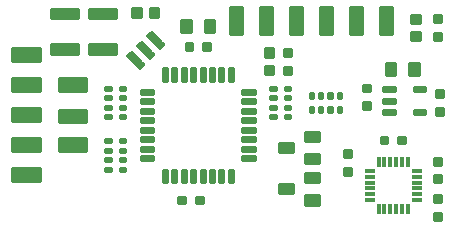
<source format=gtp>
G75*
G70*
%OFA0B0*%
%FSLAX24Y24*%
%IPPOS*%
%LPD*%
%AMOC8*
5,1,8,0,0,1.08239X$1,22.5*
%
%ADD10C,0.0120*%
%ADD11C,0.0118*%
%ADD12C,0.0120*%
%ADD13R,0.0150X0.0335*%
%ADD14R,0.0335X0.0150*%
%ADD15C,0.0119*%
%ADD16C,0.0121*%
%ADD17C,0.0121*%
%ADD18C,0.0150*%
D10*
X006731Y003029D02*
X006925Y003029D01*
X006731Y003029D02*
X006731Y003223D01*
X006925Y003223D01*
X006925Y003029D01*
X006925Y003148D02*
X006731Y003148D01*
X007322Y003029D02*
X007516Y003029D01*
X007322Y003029D02*
X007322Y003223D01*
X007516Y003223D01*
X007516Y003029D01*
X007516Y003148D02*
X007322Y003148D01*
X012471Y003984D02*
X012471Y004178D01*
X012471Y003984D02*
X012277Y003984D01*
X012277Y004178D01*
X012471Y004178D01*
X012471Y004103D02*
X012277Y004103D01*
X012471Y004575D02*
X012471Y004769D01*
X012471Y004575D02*
X012277Y004575D01*
X012277Y004769D01*
X012471Y004769D01*
X012471Y004694D02*
X012277Y004694D01*
X013481Y005223D02*
X013675Y005223D01*
X013675Y005029D01*
X013481Y005029D01*
X013481Y005223D01*
X013481Y005148D02*
X013675Y005148D01*
X014072Y005223D02*
X014266Y005223D01*
X014266Y005029D01*
X014072Y005029D01*
X014072Y005223D01*
X014072Y005148D02*
X014266Y005148D01*
X015471Y004519D02*
X015471Y004325D01*
X015277Y004325D01*
X015277Y004519D01*
X015471Y004519D01*
X015471Y004444D02*
X015277Y004444D01*
X015471Y003928D02*
X015471Y003734D01*
X015277Y003734D01*
X015277Y003928D01*
X015471Y003928D01*
X015471Y003853D02*
X015277Y003853D01*
X015277Y003269D02*
X015277Y003075D01*
X015277Y003269D02*
X015471Y003269D01*
X015471Y003075D01*
X015277Y003075D01*
X015277Y003194D02*
X015471Y003194D01*
X015277Y002678D02*
X015277Y002484D01*
X015277Y002678D02*
X015471Y002678D01*
X015471Y002484D01*
X015277Y002484D01*
X015277Y002603D02*
X015471Y002603D01*
X015533Y005984D02*
X015533Y006178D01*
X015533Y005984D02*
X015339Y005984D01*
X015339Y006178D01*
X015533Y006178D01*
X015533Y006103D02*
X015339Y006103D01*
X015533Y006575D02*
X015533Y006769D01*
X015533Y006575D02*
X015339Y006575D01*
X015339Y006769D01*
X015533Y006769D01*
X015533Y006694D02*
X015339Y006694D01*
X012902Y006762D02*
X012902Y006956D01*
X013096Y006956D01*
X013096Y006762D01*
X012902Y006762D01*
X012902Y006881D02*
X013096Y006881D01*
X012902Y006366D02*
X012902Y006172D01*
X012902Y006366D02*
X013096Y006366D01*
X013096Y006172D01*
X012902Y006172D01*
X012902Y006291D02*
X013096Y006291D01*
X010277Y007359D02*
X010277Y007553D01*
X010471Y007553D01*
X010471Y007359D01*
X010277Y007359D01*
X010277Y007478D02*
X010471Y007478D01*
X010277Y007950D02*
X010277Y008144D01*
X010471Y008144D01*
X010471Y007950D01*
X010277Y007950D01*
X010277Y008069D02*
X010471Y008069D01*
X009876Y008164D02*
X009876Y007910D01*
X009622Y007910D01*
X009622Y008164D01*
X009876Y008164D01*
X009876Y008029D02*
X009622Y008029D01*
X009622Y008148D02*
X009876Y008148D01*
X009876Y007593D02*
X009876Y007339D01*
X009622Y007339D01*
X009622Y007593D01*
X009876Y007593D01*
X009876Y007458D02*
X009622Y007458D01*
X009622Y007577D02*
X009876Y007577D01*
X007766Y008154D02*
X007572Y008154D01*
X007572Y008348D01*
X007766Y008348D01*
X007766Y008154D01*
X007766Y008273D02*
X007572Y008273D01*
X007175Y008154D02*
X006981Y008154D01*
X006981Y008348D01*
X007175Y008348D01*
X007175Y008154D01*
X007175Y008273D02*
X006981Y008273D01*
X006036Y009249D02*
X005782Y009249D01*
X005782Y009503D01*
X006036Y009503D01*
X006036Y009249D01*
X006036Y009368D02*
X005782Y009368D01*
X005782Y009487D02*
X006036Y009487D01*
X005465Y009249D02*
X005211Y009249D01*
X005211Y009503D01*
X005465Y009503D01*
X005465Y009249D01*
X005465Y009368D02*
X005211Y009368D01*
X005211Y009487D02*
X005465Y009487D01*
X014497Y009289D02*
X014497Y009035D01*
X014497Y009289D02*
X014751Y009289D01*
X014751Y009035D01*
X014497Y009035D01*
X014497Y009154D02*
X014751Y009154D01*
X014751Y009273D02*
X014497Y009273D01*
X014497Y008718D02*
X014497Y008464D01*
X014497Y008718D02*
X014751Y008718D01*
X014751Y008464D01*
X014497Y008464D01*
X014497Y008583D02*
X014751Y008583D01*
X014751Y008702D02*
X014497Y008702D01*
X015277Y008678D02*
X015471Y008678D01*
X015471Y008484D01*
X015277Y008484D01*
X015277Y008678D01*
X015277Y008603D02*
X015471Y008603D01*
X015471Y009269D02*
X015277Y009269D01*
X015471Y009269D02*
X015471Y009075D01*
X015277Y009075D01*
X015277Y009269D01*
X015277Y009194D02*
X015471Y009194D01*
D11*
X014718Y007688D02*
X014442Y007688D01*
X014718Y007688D02*
X014718Y007314D01*
X014442Y007314D01*
X014442Y007688D01*
X014442Y007431D02*
X014718Y007431D01*
X014718Y007548D02*
X014442Y007548D01*
X014442Y007665D02*
X014718Y007665D01*
X013931Y007688D02*
X013655Y007688D01*
X013931Y007688D02*
X013931Y007314D01*
X013655Y007314D01*
X013655Y007688D01*
X013655Y007431D02*
X013931Y007431D01*
X013931Y007548D02*
X013655Y007548D01*
X013655Y007665D02*
X013931Y007665D01*
X011398Y005388D02*
X011398Y005112D01*
X010966Y005112D01*
X010966Y005388D01*
X011398Y005388D01*
X011398Y005229D02*
X010966Y005229D01*
X010966Y005346D02*
X011398Y005346D01*
X011398Y004640D02*
X011398Y004364D01*
X010966Y004364D01*
X010966Y004640D01*
X011398Y004640D01*
X011398Y004481D02*
X010966Y004481D01*
X010966Y004598D02*
X011398Y004598D01*
X011398Y004013D02*
X011398Y003737D01*
X010966Y003737D01*
X010966Y004013D01*
X011398Y004013D01*
X011398Y003854D02*
X010966Y003854D01*
X010966Y003971D02*
X011398Y003971D01*
X011398Y003265D02*
X011398Y002989D01*
X010966Y002989D01*
X010966Y003265D01*
X011398Y003265D01*
X011398Y003106D02*
X010966Y003106D01*
X010966Y003223D02*
X011398Y003223D01*
X010532Y003363D02*
X010532Y003639D01*
X010532Y003363D02*
X010100Y003363D01*
X010100Y003639D01*
X010532Y003639D01*
X010532Y003480D02*
X010100Y003480D01*
X010100Y003597D02*
X010532Y003597D01*
X010532Y004738D02*
X010532Y005014D01*
X010532Y004738D02*
X010100Y004738D01*
X010100Y005014D01*
X010532Y005014D01*
X010532Y004855D02*
X010100Y004855D01*
X010100Y004972D02*
X010532Y004972D01*
X007905Y008752D02*
X007629Y008752D01*
X007629Y009126D01*
X007905Y009126D01*
X007905Y008752D01*
X007905Y008869D02*
X007629Y008869D01*
X007629Y008986D02*
X007905Y008986D01*
X007905Y009103D02*
X007629Y009103D01*
X007118Y008752D02*
X006842Y008752D01*
X006842Y009126D01*
X007118Y009126D01*
X007118Y008752D01*
X007118Y008869D02*
X006842Y008869D01*
X006842Y008986D02*
X007118Y008986D01*
X007118Y009103D02*
X006842Y009103D01*
X004619Y009204D02*
X004619Y009480D01*
X004619Y009204D02*
X003753Y009204D01*
X003753Y009480D01*
X004619Y009480D01*
X004619Y009321D02*
X003753Y009321D01*
X003753Y009438D02*
X004619Y009438D01*
X004619Y008299D02*
X004619Y008023D01*
X003753Y008023D01*
X003753Y008299D01*
X004619Y008299D01*
X004619Y008140D02*
X003753Y008140D01*
X003753Y008257D02*
X004619Y008257D01*
X003369Y008299D02*
X003369Y008023D01*
X002503Y008023D01*
X002503Y008299D01*
X003369Y008299D01*
X003369Y008140D02*
X002503Y008140D01*
X002503Y008257D02*
X003369Y008257D01*
X003369Y009204D02*
X003369Y009480D01*
X003369Y009204D02*
X002503Y009204D01*
X002503Y009480D01*
X003369Y009480D01*
X003369Y009321D02*
X002503Y009321D01*
X002503Y009438D02*
X003369Y009438D01*
D12*
X004310Y006887D02*
X004310Y006811D01*
X004310Y006887D02*
X004446Y006887D01*
X004446Y006811D01*
X004310Y006811D01*
X004310Y006572D02*
X004310Y006496D01*
X004310Y006572D02*
X004446Y006572D01*
X004446Y006496D01*
X004310Y006496D01*
X004310Y006257D02*
X004310Y006181D01*
X004310Y006257D02*
X004446Y006257D01*
X004446Y006181D01*
X004310Y006181D01*
X004310Y005942D02*
X004310Y005866D01*
X004310Y005942D02*
X004446Y005942D01*
X004446Y005866D01*
X004310Y005866D01*
X004802Y005866D02*
X004802Y005942D01*
X004938Y005942D01*
X004938Y005866D01*
X004802Y005866D01*
X004802Y006181D02*
X004802Y006257D01*
X004938Y006257D01*
X004938Y006181D01*
X004802Y006181D01*
X004802Y006496D02*
X004802Y006572D01*
X004938Y006572D01*
X004938Y006496D01*
X004802Y006496D01*
X004802Y006811D02*
X004802Y006887D01*
X004938Y006887D01*
X004938Y006811D01*
X004802Y006811D01*
X004938Y005137D02*
X004938Y005061D01*
X004802Y005061D01*
X004802Y005137D01*
X004938Y005137D01*
X004938Y004822D02*
X004938Y004746D01*
X004802Y004746D01*
X004802Y004822D01*
X004938Y004822D01*
X004938Y004507D02*
X004938Y004431D01*
X004802Y004431D01*
X004802Y004507D01*
X004938Y004507D01*
X004938Y004192D02*
X004938Y004116D01*
X004802Y004116D01*
X004802Y004192D01*
X004938Y004192D01*
X004446Y004192D02*
X004446Y004116D01*
X004310Y004116D01*
X004310Y004192D01*
X004446Y004192D01*
X004446Y004431D02*
X004446Y004507D01*
X004446Y004431D02*
X004310Y004431D01*
X004310Y004507D01*
X004446Y004507D01*
X004446Y004746D02*
X004446Y004822D01*
X004446Y004746D02*
X004310Y004746D01*
X004310Y004822D01*
X004446Y004822D01*
X004446Y005061D02*
X004446Y005137D01*
X004446Y005061D02*
X004310Y005061D01*
X004310Y005137D01*
X004446Y005137D01*
X009810Y005866D02*
X009810Y005942D01*
X009946Y005942D01*
X009946Y005866D01*
X009810Y005866D01*
X009810Y006181D02*
X009810Y006257D01*
X009946Y006257D01*
X009946Y006181D01*
X009810Y006181D01*
X009810Y006496D02*
X009810Y006572D01*
X009946Y006572D01*
X009946Y006496D01*
X009810Y006496D01*
X009810Y006811D02*
X009810Y006887D01*
X009946Y006887D01*
X009946Y006811D01*
X009810Y006811D01*
X010302Y006811D02*
X010302Y006887D01*
X010438Y006887D01*
X010438Y006811D01*
X010302Y006811D01*
X010302Y006572D02*
X010302Y006496D01*
X010302Y006572D02*
X010438Y006572D01*
X010438Y006496D01*
X010302Y006496D01*
X010302Y006257D02*
X010302Y006181D01*
X010302Y006257D02*
X010438Y006257D01*
X010438Y006181D01*
X010302Y006181D01*
X010302Y005942D02*
X010302Y005866D01*
X010302Y005942D02*
X010438Y005942D01*
X010438Y005866D01*
X010302Y005866D01*
X011113Y006062D02*
X011189Y006062D01*
X011113Y006062D02*
X011113Y006198D01*
X011189Y006198D01*
X011189Y006062D01*
X011189Y006181D02*
X011113Y006181D01*
X011428Y006062D02*
X011504Y006062D01*
X011428Y006062D02*
X011428Y006198D01*
X011504Y006198D01*
X011504Y006062D01*
X011504Y006181D02*
X011428Y006181D01*
X011743Y006062D02*
X011819Y006062D01*
X011743Y006062D02*
X011743Y006198D01*
X011819Y006198D01*
X011819Y006062D01*
X011819Y006181D02*
X011743Y006181D01*
X012058Y006062D02*
X012134Y006062D01*
X012058Y006062D02*
X012058Y006198D01*
X012134Y006198D01*
X012134Y006062D01*
X012134Y006181D02*
X012058Y006181D01*
X012058Y006554D02*
X012134Y006554D01*
X012058Y006554D02*
X012058Y006690D01*
X012134Y006690D01*
X012134Y006554D01*
X012134Y006673D02*
X012058Y006673D01*
X011819Y006554D02*
X011743Y006554D01*
X011743Y006690D01*
X011819Y006690D01*
X011819Y006554D01*
X011819Y006673D02*
X011743Y006673D01*
X011504Y006554D02*
X011428Y006554D01*
X011428Y006690D01*
X011504Y006690D01*
X011504Y006554D01*
X011504Y006673D02*
X011428Y006673D01*
X011189Y006554D02*
X011113Y006554D01*
X011113Y006690D01*
X011189Y006690D01*
X011189Y006554D01*
X011189Y006673D02*
X011113Y006673D01*
D13*
X013382Y004404D03*
X013578Y004404D03*
X013775Y004404D03*
X013972Y004404D03*
X014169Y004404D03*
X014366Y004404D03*
X014366Y002849D03*
X014169Y002849D03*
X013972Y002849D03*
X013775Y002849D03*
X013578Y002849D03*
X013382Y002849D03*
D14*
X013096Y003134D03*
X013096Y003331D03*
X013096Y003528D03*
X013096Y003725D03*
X013096Y003922D03*
X013096Y004118D03*
X014651Y004118D03*
X014651Y003922D03*
X014651Y003725D03*
X014651Y003528D03*
X014651Y003331D03*
X014651Y003134D03*
D15*
X014584Y006016D02*
X014584Y006114D01*
X014938Y006114D01*
X014938Y006016D01*
X014584Y006016D01*
X013560Y006016D02*
X013560Y006114D01*
X013914Y006114D01*
X013914Y006016D01*
X013560Y006016D01*
X013560Y006390D02*
X013560Y006488D01*
X013914Y006488D01*
X013914Y006390D01*
X013560Y006390D01*
X013560Y006764D02*
X013560Y006862D01*
X013914Y006862D01*
X013914Y006764D01*
X013560Y006764D01*
X014584Y006764D02*
X014584Y006862D01*
X014938Y006862D01*
X014938Y006764D01*
X014584Y006764D01*
D16*
X008874Y006679D02*
X008874Y006779D01*
X009254Y006779D01*
X009254Y006679D01*
X008874Y006679D01*
X008874Y006464D02*
X008874Y006364D01*
X008874Y006464D02*
X009254Y006464D01*
X009254Y006364D01*
X008874Y006364D01*
X008874Y006149D02*
X008874Y006049D01*
X008874Y006149D02*
X009254Y006149D01*
X009254Y006049D01*
X008874Y006049D01*
X008874Y005834D02*
X008874Y005734D01*
X008874Y005834D02*
X009254Y005834D01*
X009254Y005734D01*
X008874Y005734D01*
X008874Y005519D02*
X008874Y005419D01*
X008874Y005519D02*
X009254Y005519D01*
X009254Y005419D01*
X008874Y005419D01*
X008874Y005204D02*
X008874Y005104D01*
X008874Y005204D02*
X009254Y005204D01*
X009254Y005104D01*
X008874Y005104D01*
X008874Y004889D02*
X008874Y004789D01*
X008874Y004889D02*
X009254Y004889D01*
X009254Y004789D01*
X008874Y004789D01*
X008874Y004574D02*
X008874Y004474D01*
X008874Y004574D02*
X009254Y004574D01*
X009254Y004474D01*
X008874Y004474D01*
X008426Y004126D02*
X008426Y003746D01*
X008426Y004126D02*
X008526Y004126D01*
X008526Y003746D01*
X008426Y003746D01*
X008426Y003866D02*
X008526Y003866D01*
X008526Y003986D02*
X008426Y003986D01*
X008426Y004106D02*
X008526Y004106D01*
X008111Y004126D02*
X008111Y003746D01*
X008111Y004126D02*
X008211Y004126D01*
X008211Y003746D01*
X008111Y003746D01*
X008111Y003866D02*
X008211Y003866D01*
X008211Y003986D02*
X008111Y003986D01*
X008111Y004106D02*
X008211Y004106D01*
X007796Y004126D02*
X007796Y003746D01*
X007796Y004126D02*
X007896Y004126D01*
X007896Y003746D01*
X007796Y003746D01*
X007796Y003866D02*
X007896Y003866D01*
X007896Y003986D02*
X007796Y003986D01*
X007796Y004106D02*
X007896Y004106D01*
X007481Y004126D02*
X007481Y003746D01*
X007481Y004126D02*
X007581Y004126D01*
X007581Y003746D01*
X007481Y003746D01*
X007481Y003866D02*
X007581Y003866D01*
X007581Y003986D02*
X007481Y003986D01*
X007481Y004106D02*
X007581Y004106D01*
X007166Y004126D02*
X007166Y003746D01*
X007166Y004126D02*
X007266Y004126D01*
X007266Y003746D01*
X007166Y003746D01*
X007166Y003866D02*
X007266Y003866D01*
X007266Y003986D02*
X007166Y003986D01*
X007166Y004106D02*
X007266Y004106D01*
X006851Y004126D02*
X006851Y003746D01*
X006851Y004126D02*
X006951Y004126D01*
X006951Y003746D01*
X006851Y003746D01*
X006851Y003866D02*
X006951Y003866D01*
X006951Y003986D02*
X006851Y003986D01*
X006851Y004106D02*
X006951Y004106D01*
X006536Y004126D02*
X006536Y003746D01*
X006536Y004126D02*
X006636Y004126D01*
X006636Y003746D01*
X006536Y003746D01*
X006536Y003866D02*
X006636Y003866D01*
X006636Y003986D02*
X006536Y003986D01*
X006536Y004106D02*
X006636Y004106D01*
X006221Y004126D02*
X006221Y003746D01*
X006221Y004126D02*
X006321Y004126D01*
X006321Y003746D01*
X006221Y003746D01*
X006221Y003866D02*
X006321Y003866D01*
X006321Y003986D02*
X006221Y003986D01*
X006221Y004106D02*
X006321Y004106D01*
X005494Y004474D02*
X005494Y004574D01*
X005874Y004574D01*
X005874Y004474D01*
X005494Y004474D01*
X005494Y004789D02*
X005494Y004889D01*
X005874Y004889D01*
X005874Y004789D01*
X005494Y004789D01*
X005494Y005104D02*
X005494Y005204D01*
X005874Y005204D01*
X005874Y005104D01*
X005494Y005104D01*
X005494Y005419D02*
X005494Y005519D01*
X005874Y005519D01*
X005874Y005419D01*
X005494Y005419D01*
X005494Y005734D02*
X005494Y005834D01*
X005874Y005834D01*
X005874Y005734D01*
X005494Y005734D01*
X005494Y006049D02*
X005494Y006149D01*
X005874Y006149D01*
X005874Y006049D01*
X005494Y006049D01*
X005494Y006364D02*
X005494Y006464D01*
X005874Y006464D01*
X005874Y006364D01*
X005494Y006364D01*
X005494Y006679D02*
X005494Y006779D01*
X005874Y006779D01*
X005874Y006679D01*
X005494Y006679D01*
X006221Y007126D02*
X006221Y007506D01*
X006321Y007506D01*
X006321Y007126D01*
X006221Y007126D01*
X006221Y007246D02*
X006321Y007246D01*
X006321Y007366D02*
X006221Y007366D01*
X006221Y007486D02*
X006321Y007486D01*
X006536Y007506D02*
X006536Y007126D01*
X006536Y007506D02*
X006636Y007506D01*
X006636Y007126D01*
X006536Y007126D01*
X006536Y007246D02*
X006636Y007246D01*
X006636Y007366D02*
X006536Y007366D01*
X006536Y007486D02*
X006636Y007486D01*
X006851Y007506D02*
X006851Y007126D01*
X006851Y007506D02*
X006951Y007506D01*
X006951Y007126D01*
X006851Y007126D01*
X006851Y007246D02*
X006951Y007246D01*
X006951Y007366D02*
X006851Y007366D01*
X006851Y007486D02*
X006951Y007486D01*
X007166Y007506D02*
X007166Y007126D01*
X007166Y007506D02*
X007266Y007506D01*
X007266Y007126D01*
X007166Y007126D01*
X007166Y007246D02*
X007266Y007246D01*
X007266Y007366D02*
X007166Y007366D01*
X007166Y007486D02*
X007266Y007486D01*
X007481Y007506D02*
X007481Y007126D01*
X007481Y007506D02*
X007581Y007506D01*
X007581Y007126D01*
X007481Y007126D01*
X007481Y007246D02*
X007581Y007246D01*
X007581Y007366D02*
X007481Y007366D01*
X007481Y007486D02*
X007581Y007486D01*
X007796Y007506D02*
X007796Y007126D01*
X007796Y007506D02*
X007896Y007506D01*
X007896Y007126D01*
X007796Y007126D01*
X007796Y007246D02*
X007896Y007246D01*
X007896Y007366D02*
X007796Y007366D01*
X007796Y007486D02*
X007896Y007486D01*
X008111Y007506D02*
X008111Y007126D01*
X008111Y007506D02*
X008211Y007506D01*
X008211Y007126D01*
X008111Y007126D01*
X008111Y007246D02*
X008211Y007246D01*
X008211Y007366D02*
X008111Y007366D01*
X008111Y007486D02*
X008211Y007486D01*
X008426Y007506D02*
X008426Y007126D01*
X008426Y007506D02*
X008526Y007506D01*
X008526Y007126D01*
X008426Y007126D01*
X008426Y007246D02*
X008526Y007246D01*
X008526Y007366D02*
X008426Y007366D01*
X008426Y007486D02*
X008526Y007486D01*
D17*
X005820Y008708D02*
X005710Y008598D01*
X005820Y008708D02*
X006206Y008322D01*
X006096Y008212D01*
X005710Y008598D01*
X005976Y008332D02*
X006196Y008332D01*
X006076Y008452D02*
X005856Y008452D01*
X005956Y008572D02*
X005736Y008572D01*
X005804Y008692D02*
X005836Y008692D01*
X005486Y008374D02*
X005376Y008264D01*
X005486Y008374D02*
X005872Y007988D01*
X005762Y007878D01*
X005376Y008264D01*
X005642Y007998D02*
X005862Y007998D01*
X005742Y008118D02*
X005522Y008118D01*
X005622Y008238D02*
X005402Y008238D01*
X005470Y008358D02*
X005502Y008358D01*
X005152Y008040D02*
X005042Y007930D01*
X005152Y008040D02*
X005538Y007654D01*
X005428Y007544D01*
X005042Y007930D01*
X005308Y007664D02*
X005528Y007664D01*
X005408Y007784D02*
X005188Y007784D01*
X005288Y007904D02*
X005068Y007904D01*
X005136Y008024D02*
X005168Y008024D01*
D18*
X002049Y004176D02*
X002049Y003826D01*
X001199Y003826D01*
X001199Y004176D01*
X002049Y004176D01*
X002049Y003975D02*
X001199Y003975D01*
X001199Y004124D02*
X002049Y004124D01*
X002049Y004826D02*
X002049Y005176D01*
X002049Y004826D02*
X001199Y004826D01*
X001199Y005176D01*
X002049Y005176D01*
X002049Y004975D02*
X001199Y004975D01*
X001199Y005124D02*
X002049Y005124D01*
X002049Y005826D02*
X002049Y006176D01*
X002049Y005826D02*
X001199Y005826D01*
X001199Y006176D01*
X002049Y006176D01*
X002049Y005975D02*
X001199Y005975D01*
X001199Y006124D02*
X002049Y006124D01*
X002049Y006826D02*
X002049Y007176D01*
X002049Y006826D02*
X001199Y006826D01*
X001199Y007176D01*
X002049Y007176D01*
X002049Y006975D02*
X001199Y006975D01*
X001199Y007124D02*
X002049Y007124D01*
X002049Y007826D02*
X002049Y008176D01*
X002049Y007826D02*
X001199Y007826D01*
X001199Y008176D01*
X002049Y008176D01*
X002049Y007975D02*
X001199Y007975D01*
X001199Y008124D02*
X002049Y008124D01*
X003611Y007176D02*
X003611Y006826D01*
X002761Y006826D01*
X002761Y007176D01*
X003611Y007176D01*
X003611Y006975D02*
X002761Y006975D01*
X002761Y007124D02*
X003611Y007124D01*
X003611Y006114D02*
X003611Y005764D01*
X002761Y005764D01*
X002761Y006114D01*
X003611Y006114D01*
X003611Y005913D02*
X002761Y005913D01*
X002761Y006062D02*
X003611Y006062D01*
X003611Y005176D02*
X003611Y004826D01*
X002761Y004826D01*
X002761Y005176D01*
X003611Y005176D01*
X003611Y004975D02*
X002761Y004975D01*
X002761Y005124D02*
X003611Y005124D01*
X008799Y008701D02*
X008799Y009551D01*
X008799Y008701D02*
X008449Y008701D01*
X008449Y009551D01*
X008799Y009551D01*
X008799Y008850D02*
X008449Y008850D01*
X008449Y008999D02*
X008799Y008999D01*
X008799Y009148D02*
X008449Y009148D01*
X008449Y009297D02*
X008799Y009297D01*
X008799Y009446D02*
X008449Y009446D01*
X009799Y009551D02*
X009799Y008701D01*
X009449Y008701D01*
X009449Y009551D01*
X009799Y009551D01*
X009799Y008850D02*
X009449Y008850D01*
X009449Y008999D02*
X009799Y008999D01*
X009799Y009148D02*
X009449Y009148D01*
X009449Y009297D02*
X009799Y009297D01*
X009799Y009446D02*
X009449Y009446D01*
X010799Y009551D02*
X010799Y008701D01*
X010449Y008701D01*
X010449Y009551D01*
X010799Y009551D01*
X010799Y008850D02*
X010449Y008850D01*
X010449Y008999D02*
X010799Y008999D01*
X010799Y009148D02*
X010449Y009148D01*
X010449Y009297D02*
X010799Y009297D01*
X010799Y009446D02*
X010449Y009446D01*
X011799Y009551D02*
X011799Y008701D01*
X011449Y008701D01*
X011449Y009551D01*
X011799Y009551D01*
X011799Y008850D02*
X011449Y008850D01*
X011449Y008999D02*
X011799Y008999D01*
X011799Y009148D02*
X011449Y009148D01*
X011449Y009297D02*
X011799Y009297D01*
X011799Y009446D02*
X011449Y009446D01*
X012799Y009551D02*
X012799Y008701D01*
X012449Y008701D01*
X012449Y009551D01*
X012799Y009551D01*
X012799Y008850D02*
X012449Y008850D01*
X012449Y008999D02*
X012799Y008999D01*
X012799Y009148D02*
X012449Y009148D01*
X012449Y009297D02*
X012799Y009297D01*
X012799Y009446D02*
X012449Y009446D01*
X013799Y009551D02*
X013799Y008701D01*
X013449Y008701D01*
X013449Y009551D01*
X013799Y009551D01*
X013799Y008850D02*
X013449Y008850D01*
X013449Y008999D02*
X013799Y008999D01*
X013799Y009148D02*
X013449Y009148D01*
X013449Y009297D02*
X013799Y009297D01*
X013799Y009446D02*
X013449Y009446D01*
M02*

</source>
